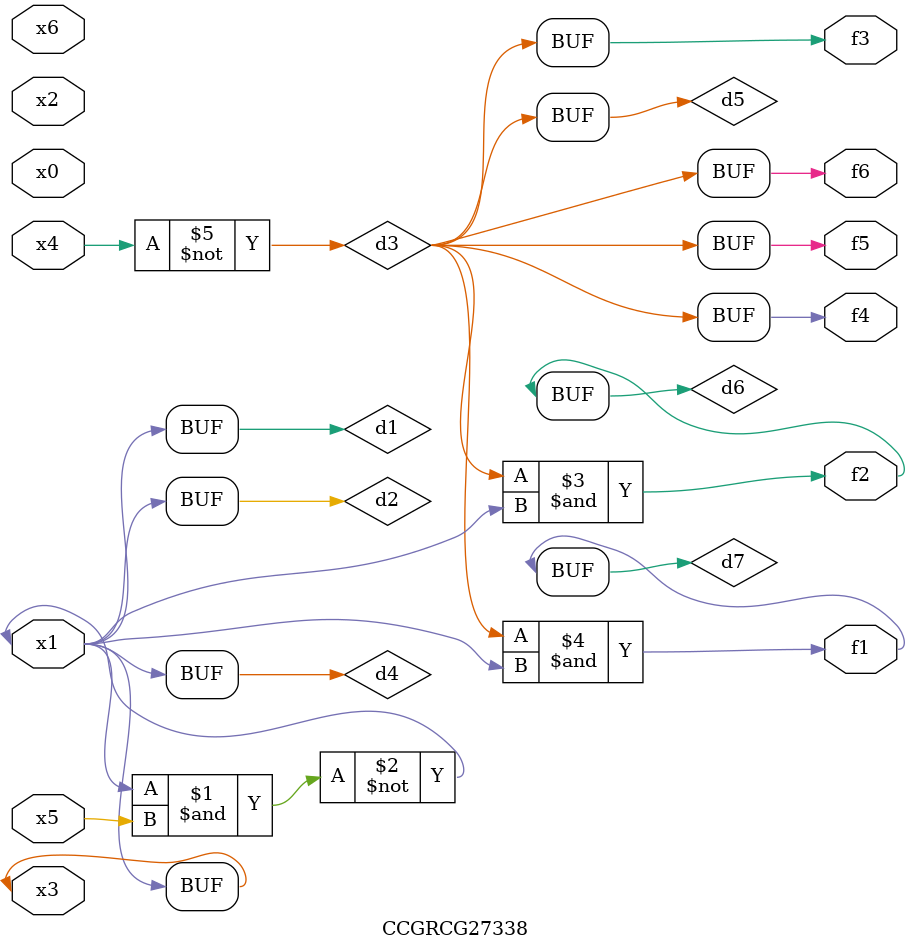
<source format=v>
module CCGRCG27338(
	input x0, x1, x2, x3, x4, x5, x6,
	output f1, f2, f3, f4, f5, f6
);

	wire d1, d2, d3, d4, d5, d6, d7;

	buf (d1, x1, x3);
	nand (d2, x1, x5);
	not (d3, x4);
	buf (d4, d1, d2);
	buf (d5, d3);
	and (d6, d3, d4);
	and (d7, d3, d4);
	assign f1 = d7;
	assign f2 = d6;
	assign f3 = d5;
	assign f4 = d5;
	assign f5 = d5;
	assign f6 = d5;
endmodule

</source>
